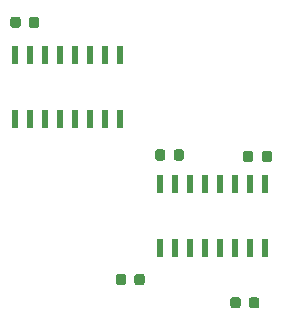
<source format=gbr>
%TF.GenerationSoftware,KiCad,Pcbnew,(5.1.12)-1*%
%TF.CreationDate,2021-11-30T21:21:33-06:00*%
%TF.ProjectId,MA710_encoder,4d413731-305f-4656-9e63-6f6465722e6b,rev?*%
%TF.SameCoordinates,Original*%
%TF.FileFunction,Paste,Top*%
%TF.FilePolarity,Positive*%
%FSLAX46Y46*%
G04 Gerber Fmt 4.6, Leading zero omitted, Abs format (unit mm)*
G04 Created by KiCad (PCBNEW (5.1.12)-1) date 2021-11-30 21:21:33*
%MOMM*%
%LPD*%
G01*
G04 APERTURE LIST*
%ADD10R,0.600000X1.500000*%
G04 APERTURE END LIST*
D10*
%TO.C,U14*%
X172339000Y-113632000D03*
X173609000Y-113632000D03*
X174879000Y-113632000D03*
X176149000Y-113632000D03*
X177419000Y-113632000D03*
X178689000Y-113632000D03*
X179959000Y-113632000D03*
X181229000Y-113632000D03*
X181229000Y-119032000D03*
X179959000Y-119032000D03*
X178689000Y-119032000D03*
X177419000Y-119032000D03*
X176149000Y-119032000D03*
X174879000Y-119032000D03*
X173609000Y-119032000D03*
X172339000Y-119032000D03*
%TD*%
%TO.C,U9*%
X160083500Y-102710000D03*
X161353500Y-102710000D03*
X162623500Y-102710000D03*
X163893500Y-102710000D03*
X165163500Y-102710000D03*
X166433500Y-102710000D03*
X167703500Y-102710000D03*
X168973500Y-102710000D03*
X168973500Y-108110000D03*
X167703500Y-108110000D03*
X166433500Y-108110000D03*
X165163500Y-108110000D03*
X163893500Y-108110000D03*
X162623500Y-108110000D03*
X161353500Y-108110000D03*
X160083500Y-108110000D03*
%TD*%
%TO.C,R3*%
G36*
G01*
X180244000Y-111059250D02*
X180244000Y-111571750D01*
G75*
G02*
X180025250Y-111790500I-218750J0D01*
G01*
X179587750Y-111790500D01*
G75*
G02*
X179369000Y-111571750I0J218750D01*
G01*
X179369000Y-111059250D01*
G75*
G02*
X179587750Y-110840500I218750J0D01*
G01*
X180025250Y-110840500D01*
G75*
G02*
X180244000Y-111059250I0J-218750D01*
G01*
G37*
G36*
G01*
X181819000Y-111059250D02*
X181819000Y-111571750D01*
G75*
G02*
X181600250Y-111790500I-218750J0D01*
G01*
X181162750Y-111790500D01*
G75*
G02*
X180944000Y-111571750I0J218750D01*
G01*
X180944000Y-111059250D01*
G75*
G02*
X181162750Y-110840500I218750J0D01*
G01*
X181600250Y-110840500D01*
G75*
G02*
X181819000Y-111059250I0J-218750D01*
G01*
G37*
%TD*%
%TO.C,R2*%
G36*
G01*
X179164500Y-123441750D02*
X179164500Y-123954250D01*
G75*
G02*
X178945750Y-124173000I-218750J0D01*
G01*
X178508250Y-124173000D01*
G75*
G02*
X178289500Y-123954250I0J218750D01*
G01*
X178289500Y-123441750D01*
G75*
G02*
X178508250Y-123223000I218750J0D01*
G01*
X178945750Y-123223000D01*
G75*
G02*
X179164500Y-123441750I0J-218750D01*
G01*
G37*
G36*
G01*
X180739500Y-123441750D02*
X180739500Y-123954250D01*
G75*
G02*
X180520750Y-124173000I-218750J0D01*
G01*
X180083250Y-124173000D01*
G75*
G02*
X179864500Y-123954250I0J218750D01*
G01*
X179864500Y-123441750D01*
G75*
G02*
X180083250Y-123223000I218750J0D01*
G01*
X180520750Y-123223000D01*
G75*
G02*
X180739500Y-123441750I0J-218750D01*
G01*
G37*
%TD*%
%TO.C,R1*%
G36*
G01*
X170174500Y-121985750D02*
X170174500Y-121473250D01*
G75*
G02*
X170393250Y-121254500I218750J0D01*
G01*
X170830750Y-121254500D01*
G75*
G02*
X171049500Y-121473250I0J-218750D01*
G01*
X171049500Y-121985750D01*
G75*
G02*
X170830750Y-122204500I-218750J0D01*
G01*
X170393250Y-122204500D01*
G75*
G02*
X170174500Y-121985750I0J218750D01*
G01*
G37*
G36*
G01*
X168599500Y-121985750D02*
X168599500Y-121473250D01*
G75*
G02*
X168818250Y-121254500I218750J0D01*
G01*
X169255750Y-121254500D01*
G75*
G02*
X169474500Y-121473250I0J-218750D01*
G01*
X169474500Y-121985750D01*
G75*
G02*
X169255750Y-122204500I-218750J0D01*
G01*
X168818250Y-122204500D01*
G75*
G02*
X168599500Y-121985750I0J218750D01*
G01*
G37*
%TD*%
%TO.C,C3*%
G36*
G01*
X173489000Y-111444750D02*
X173489000Y-110932250D01*
G75*
G02*
X173707750Y-110713500I218750J0D01*
G01*
X174145250Y-110713500D01*
G75*
G02*
X174364000Y-110932250I0J-218750D01*
G01*
X174364000Y-111444750D01*
G75*
G02*
X174145250Y-111663500I-218750J0D01*
G01*
X173707750Y-111663500D01*
G75*
G02*
X173489000Y-111444750I0J218750D01*
G01*
G37*
G36*
G01*
X171914000Y-111444750D02*
X171914000Y-110932250D01*
G75*
G02*
X172132750Y-110713500I218750J0D01*
G01*
X172570250Y-110713500D01*
G75*
G02*
X172789000Y-110932250I0J-218750D01*
G01*
X172789000Y-111444750D01*
G75*
G02*
X172570250Y-111663500I-218750J0D01*
G01*
X172132750Y-111663500D01*
G75*
G02*
X171914000Y-111444750I0J218750D01*
G01*
G37*
%TD*%
%TO.C,C2*%
G36*
G01*
X161233500Y-100205250D02*
X161233500Y-99692750D01*
G75*
G02*
X161452250Y-99474000I218750J0D01*
G01*
X161889750Y-99474000D01*
G75*
G02*
X162108500Y-99692750I0J-218750D01*
G01*
X162108500Y-100205250D01*
G75*
G02*
X161889750Y-100424000I-218750J0D01*
G01*
X161452250Y-100424000D01*
G75*
G02*
X161233500Y-100205250I0J218750D01*
G01*
G37*
G36*
G01*
X159658500Y-100205250D02*
X159658500Y-99692750D01*
G75*
G02*
X159877250Y-99474000I218750J0D01*
G01*
X160314750Y-99474000D01*
G75*
G02*
X160533500Y-99692750I0J-218750D01*
G01*
X160533500Y-100205250D01*
G75*
G02*
X160314750Y-100424000I-218750J0D01*
G01*
X159877250Y-100424000D01*
G75*
G02*
X159658500Y-100205250I0J218750D01*
G01*
G37*
%TD*%
M02*

</source>
